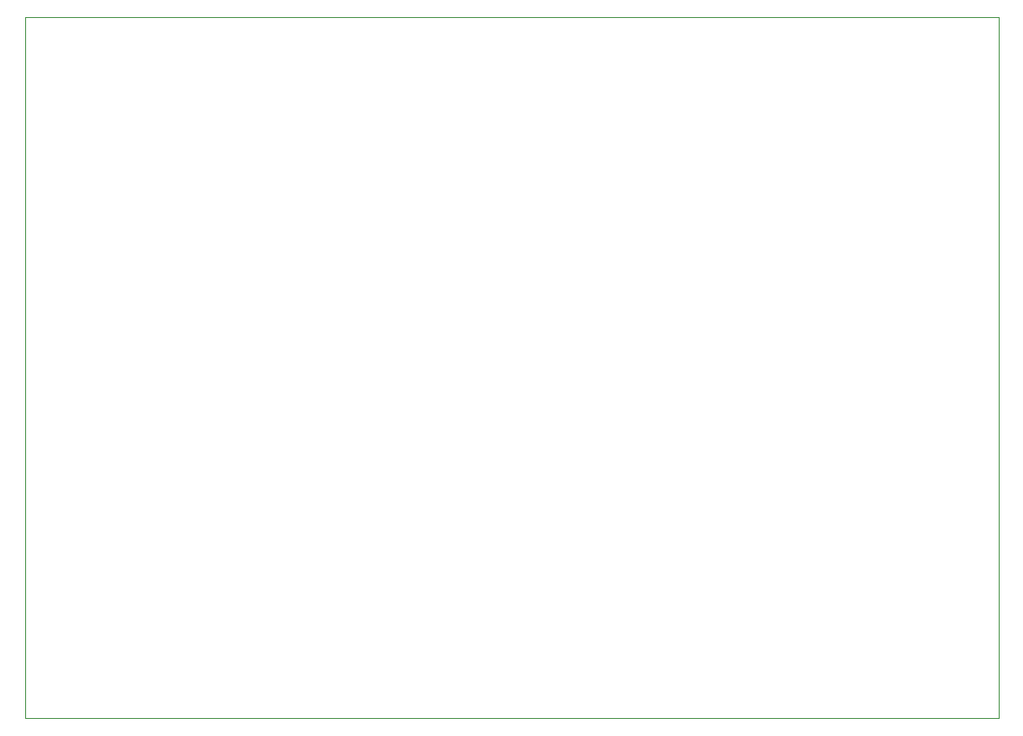
<source format=gm1>
G04 Layer_Color=16711935*
%FSLAX44Y44*%
%MOMM*%
G71*
G01*
G75*
%ADD42C,0.1000*%
D42*
X496570Y328930D02*
X1413510D01*
X496570D02*
Y988060D01*
X1413510D01*
Y328930D02*
Y988060D01*
M02*

</source>
